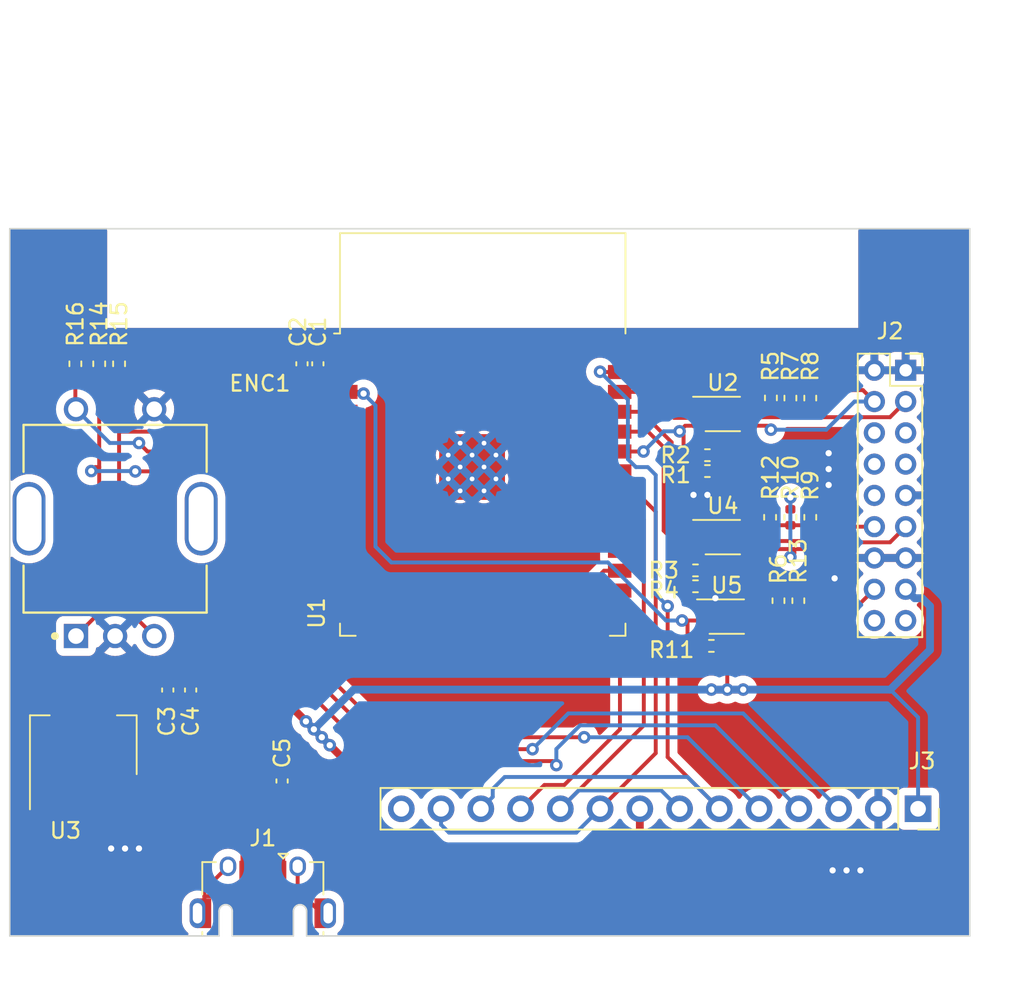
<source format=kicad_pcb>
(kicad_pcb (version 20221018) (generator pcbnew)
  (layers (0 "F.Cu" signal) (31 "B.Cu" signal) (34 "B.Paste" user) (35 "F.Paste" user) (36 "B.SilkS" user "B.Silkscreen") (37 "F.SilkS" user "F.Silkscreen") (38 "B.Mask" user) (39 "F.Mask" user) (44 "Edge.Cuts" user))
  (net 0 "")
  (net 3 "/ROT_CLK")
  (net 4 "/ROT_DT")
  (net 5 "/ROT_SW")
  (net 8 "GND")
  (net 9 "+3V3")
  (net 10 "Net-(J1-VBUS)")
  (net 19 "/LCD_CS")
  (net 34 "/RESET")
  (net 35 "/DC")
  (net 40 "unconnected-(J1-Shield-Pad6)")
  (net 41 "/MOSI")
  (net 42 "/SDA_LV")
  (net 43 "/SCL_LV")
  (net 44 "/TX_LV")
  (net 45 "/RX_LV")
  (net 46 "Net-(U1-EN)")
  (net 47 "/SDA_HV")
  (net 48 "/SCK")
  (net 49 "/MISO")
  (net 50 "/SCL_HV")
  (net 51 "/RX_HV")
  (net 52 "/TX_HV")
  (net 53 "/TOUCH_CS")
  (net 57 "Net-(U2-EN)")
  (net 58 "Net-(U5-EN)")
  (net 59 "Net-(U4-EN)")
  (net 61 "Net-(J2-Pin_16)")
  (footprint "Resistor_SMD:R_0402_1005Metric" (layer "F.Cu") (at 158.464 114.46 90)
    (fp_text reference "R6")
    (fp_text value "200k")
  )
  (footprint "Connector_USB:USB_Micro-AB_Molex_47590-0001" (layer "F.Cu") (at 125.5175 134.44)
    (fp_text reference "J1")
    (fp_text value "USB_B_Micro")
    (fp_line (start -3.75 1.45) (end -2.8 1.45) (stroke (width 0.1)) (layer "Edge.Cuts"))
    (fp_line (start -2.8 -0.125) (end -2.8 1.45) (stroke (width 0.1)) (layer "Edge.Cuts"))
    (fp_line (start -1.95 -0.125) (end -1.95 1.45) (stroke (width 0.1)) (layer "Edge.Cuts"))
    (fp_line (start -1.95 1.45) (end 1.95 1.45) (stroke (width 0.1)) (layer "Edge.Cuts"))
    (fp_line (start 1.95 -0.125) (end 1.95 1.45) (stroke (width 0.1)) (layer "Edge.Cuts"))
    (fp_line (start 2.8 -0.125) (end 2.8 1.45) (stroke (width 0.1)) (layer "Edge.Cuts"))
    (fp_line (start 2.8 1.45) (end 3.75 1.45) (stroke (width 0.1)) (layer "Edge.Cuts"))
    (fp_arc (start -2.8 -0.125) (mid -2.375 -0.55) (end -1.95 -0.125) (stroke (width 0.1)) (layer "Edge.Cuts"))
    (fp_arc (start 1.95 -0.125) (mid 2.375 -0.55) (end 2.8 -0.125) (stroke (width 0.1)) (layer "Edge.Cuts"))
  )
  (footprint "Resistor_SMD:R_0402_1005Metric" (layer "F.Cu") (at 160.496 109.126 90)
    (fp_text reference "R9")
    (fp_text value "10k")
  )
  (footprint "Connector_PinSocket_2.54mm:PinSocket_1x14_P2.54mm_Vertical" (layer "F.Cu") (at 167.386 127.762 -90)
    (fp_text reference "J3")
    (fp_text value "Conn_01x14")
  )
  (footprint "Resistor_SMD:R_0402_1005Metric" (layer "F.Cu") (at 153.162 112.522 180)
    (fp_text reference "R3")
    (fp_text value "10k")
  )
  (footprint "Resistor_SMD:R_0402_1005Metric" (layer "F.Cu") (at 159.226 109.126 90)
    (fp_text reference "R10")
    (fp_text value "10k")
  )
  (footprint "Resistor_SMD:R_0402_1005Metric" (layer "F.Cu") (at 160.496 101.506 90)
    (fp_text reference "R8")
    (fp_text value "10k")
  )
  (footprint "Resistor_SMD:R_0402_1005Metric" (layer "F.Cu") (at 153.924 106.172 180)
    (fp_text reference "R1")
    (fp_text value "10k")
  )
  (footprint "Package_SO:VSSOP-8_2.3x2mm_P0.5mm" (layer "F.Cu") (at 154.908 110.396)
    (fp_text reference "U4")
    (fp_text value "PCA9306DC1")
  )
  (footprint "Capacitor_SMD:C_0402_1005Metric" (layer "F.Cu") (at 126.746 125.984 90)
    (fp_text reference "C5")
    (fp_text value "100nF")
  )
  (footprint "Resistor_SMD:R_0402_1005Metric" (layer "F.Cu") (at 157.93 109.126 90)
    (fp_text reference "R12")
    (fp_text value "200k")
  )
  (footprint "Resistor_SMD:R_0402_1005Metric" (layer "F.Cu") (at 153.924 105.156 180)
    (fp_text reference "R2")
    (fp_text value "10k")
  )
  (footprint "RF_Module:ESP32-WROOM-32" (layer "F.Cu") (at 139.568 106.822)
    (fp_text reference "U1")
    (fp_text value "ESP32-WROOM-32")
  )
  (footprint "Resistor_SMD:R_0402_1005Metric" (layer "F.Cu") (at 115.062 99.314 -90)
    (fp_text reference "R14")
    (fp_text value "10k")
  )
  (footprint "Capacitor_SMD:C_0402_1005Metric" (layer "F.Cu") (at 129.032 99.314 90)
    (fp_text reference "C1")
    (fp_text value "100nF")
  )
  (footprint "Package_SO:VSSOP-8_2.3x2mm_P0.5mm" (layer "F.Cu") (at 155.162 115.476)
    (fp_text reference "U5")
    (fp_text value "PCA9306DC1")
  )
  (footprint "Connector_PinSocket_2.00mm:PinSocket_2x09_P2.00mm_Vertical" (layer "F.Cu") (at 166.592 99.728)
    (fp_text reference "J2")
    (fp_text value "Conn_02x09_Odd_Even")
  )
  (footprint "Resistor_SMD:R_0402_1005Metric" (layer "F.Cu") (at 159.734 114.46 90)
    (fp_text reference "R13")
    (fp_text value "10k")
  )
  (footprint "Resistor_SMD:R_0402_1005Metric" (layer "F.Cu") (at 154.178 117.348 180)
    (fp_text reference "R11")
    (fp_text value "10k")
  )
  (footprint "Capacitor_SMD:C_0402_1005Metric" (layer "F.Cu") (at 119.442 120.17 90)
    (fp_text reference "C3")
    (fp_text value "10uF")
  )
  (footprint "Capacitor_SMD:C_0402_1005Metric" (layer "F.Cu") (at 128.016 99.314 90)
    (fp_text reference "C2")
    (fp_text value "10uF")
  )
  (footprint "Rotary Encoder:ALPS-EC11E15244B2-0" (layer "F.Cu") (at 116.078 109.22)
    (fp_text reference "ENC1")
    (fp_text value "EC11E15244B2")
  )
  (footprint "Capacitor_SMD:C_0402_1005Metric" (layer "F.Cu") (at 120.904 120.17 90)
    (fp_text reference "C4")
    (fp_text value "100nF")
  )
  (footprint "Resistor_SMD:R_0402_1005Metric" (layer "F.Cu") (at 159.226 101.506 -90)
    (fp_text reference "R7")
    (fp_text value "10k")
  )
  (footprint "Package_SO:VSSOP-8_2.3x2mm_P0.5mm" (layer "F.Cu") (at 154.908 102.522)
    (fp_text reference "U2")
    (fp_text value "PCA9306DC1")
  )
  (footprint "Resistor_SMD:R_0402_1005Metric" (layer "F.Cu") (at 116.332 99.314 -90)
    (fp_text reference "R15")
    (fp_text value "10k")
  )
  (footprint "Package_TO_SOT_SMD:SOT-223-3_TabPin2" (layer "F.Cu") (at 114.046 123.698 90)
    (fp_text reference "U3")
    (fp_text value "AMS1117-3.3")
  )
  (footprint "Resistor_SMD:R_0402_1005Metric" (layer "F.Cu") (at 157.982 101.496 90)
    (fp_text reference "R5")
    (fp_text value "200k")
  )
  (footprint "Resistor_SMD:R_0402_1005Metric" (layer "F.Cu") (at 113.538 99.314 -90)
    (fp_text reference "R16")
    (fp_text value "10k")
  )
  (footprint "Resistor_SMD:R_0402_1005Metric" (layer "F.Cu") (at 153.162 113.538 180)
    (fp_text reference "R4")
    (fp_text value "10k")
  )
  (gr_line (start 121.7675 135.89) (end 109.347 135.89) (stroke (width 0.1)) (layer "Edge.Cuts"))
  (gr_line (start 170.688 135.89) (end 129.2675 135.89) (stroke (width 0.1)) (layer "Edge.Cuts"))
  (gr_line (start 170.688 132.715) (end 170.688 135.89) (stroke (width 0.1)) (layer "Edge.Cuts"))
  (gr_line (start 109.347 90.678) (end 170.688 90.678) (stroke (width 0.1)) (layer "Edge.Cuts"))
  (gr_line (start 109.347 135.89) (end 109.347 90.678) (stroke (width 0.1)) (layer "Edge.Cuts"))
  (gr_line (start 170.688 90.678) (end 170.688 132.715) (stroke (width 0.1)) (layer "Edge.Cuts"))
  (segment (start 115.062 105.918) (end 114.808 105.918) (width 0.25) (layer "F.Cu") (net 3))
  (segment (start 117.348 106.172) (end 117.368 106.192) (width 0.25) (layer "F.Cu") (net 3))
  (segment (start 115.062 99.824) (end 115.062 105.918) (width 0.25) (layer "F.Cu") (net 3))
  (segment (start 115.062 115.236) (end 113.578 116.72) (width 0.25) (layer "F.Cu") (net 3))
  (segment (start 115.062 105.918) (end 115.062 115.236) (width 0.25) (layer "F.Cu") (net 3))
  (segment (start 130.818 106.192) (end 117.368 106.192) (width 0.25) (layer "F.Cu") (net 3))
  (segment (start 114.808 105.918) (end 114.554 106.172) (width 0.25) (layer "F.Cu") (net 3))
  (via (at 114.554 106.172) (size 0.8) (drill 0.4) (layers "F.Cu" "B.Cu") (net 3))
  (via (at 117.368 106.192) (size 0.8) (drill 0.4) (layers "F.Cu" "B.Cu") (net 3))
  (segment (start 117.348 106.172) (end 114.554 106.172) (width 0.25) (layer "B.Cu") (net 3))
  (segment (start 117.368 106.192) (end 117.348 106.172) (width 0.25) (layer "B.Cu") (net 3))
  (segment (start 116.352 103.652) (end 116.332 103.632) (width 0.25) (layer "F.Cu") (net 4))
  (segment (start 130.818 103.652) (end 116.352 103.652) (width 0.25) (layer "F.Cu") (net 4))
  (segment (start 116.332 103.632) (end 116.332 114.474) (width 0.25) (layer "F.Cu") (net 4))
  (segment (start 116.332 114.474) (end 118.578 116.72) (width 0.25) (layer "F.Cu") (net 4))
  (segment (start 116.332 99.824) (end 116.332 103.632) (width 0.25) (layer "F.Cu") (net 4))
  (segment (start 113.538 102.18) (end 113.578 102.22) (width 0.25) (layer "F.Cu") (net 5))
  (segment (start 118.1475 104.922) (end 130.818 104.922) (width 0.25) (layer "F.Cu") (net 5))
  (segment (start 117.602 104.3765) (end 118.1475 104.922) (width 0.25) (layer "F.Cu") (net 5))
  (segment (start 113.538 99.824) (end 113.538 102.18) (width 0.25) (layer "F.Cu") (net 5))
  (via (at 117.602 104.3765) (size 0.8) (drill 0.4) (layers "F.Cu" "B.Cu") (net 5))
  (segment (start 117.602 104.3765) (end 115.7345 104.3765) (width 0.25) (layer "B.Cu") (net 5))
  (segment (start 115.7345 104.3765) (end 113.578 102.22) (width 0.25) (layer "B.Cu") (net 5))
  (segment (start 124.2175 129.4245) (end 123.952 129.159) (width 0.25) (layer "F.Cu") (net 8))
  (segment (start 124.2175 131.765) (end 124.2175 129.4245) (width 0.25) (layer "F.Cu") (net 8))
  (segment (start 166.592 107.728) (end 167.799 107.728) (width 0.25) (layer "F.Cu") (net 8))
  (segment (start 164.846 127.762) (end 164.846 130.556) (width 0.25) (layer "F.Cu") (net 8))
  (segment (start 153.035 107.696) (end 153.035 109.323) (width 0.25) (layer "F.Cu") (net 8))
  (segment (start 153.08 101.772) (end 149.88 98.572) (width 0.25) (layer "F.Cu") (net 8))
  (segment (start 164.846 130.556) (end 163.703 131.699) (width 0.25) (layer "F.Cu") (net 8))
  (segment (start 163.354 111.728) (end 162.052 113.03) (width 0.25) (layer "F.Cu") (net 8))
  (segment (start 164.592 111.728) (end 163.354 111.728) (width 0.25) (layer "F.Cu") (net 8))
  (segment (start 154.006 114.726) (end 154.432 114.3) (width 0.25) (layer "F.Cu") (net 8))
  (segment (start 164.592 99.728) (end 166.592 99.728) (width 0.25) (layer "F.Cu") (net 8))
  (segment (start 164.592 111.728) (end 166.592 111.728) (width 0.25) (layer "F.Cu") (net 8))
  (segment (start 167.799 107.728) (end 168.021 107.95) (width 0.25) (layer "F.Cu") (net 8))
  (segment (start 149.88 98.572) (end 148.318 98.572) (width 0.25) (layer "F.Cu") (net 8))
  (segment (start 166.592 99.728) (end 168.435 99.728) (width 0.25) (layer "F.Cu") (net 8))
  (segment (start 168.435 99.728) (end 168.91 100.203) (width 0.25) (layer "F.Cu") (net 8))
  (segment (start 168.021 107.95) (end 168.529 108.458) (width 0.25) (layer "F.Cu") (net 8))
  (segment (start 168.529 108.458) (end 168.529 111.252) (width 0.25) (layer "F.Cu") (net 8))
  (segment (start 118.745 129.159) (end 117.602 130.302) (width 0.25) (layer "F.Cu") (net 8))
  (segment (start 168.91 107.315) (end 168.275 107.95) (width 0.25) (layer "F.Cu") (net 8))
  (segment (start 168.529 111.252) (end 168.021 111.76) (width 0.25) (layer "F.Cu") (net 8))
  (segment (start 153.035 109.323) (end 153.358 109.646) (width 0.25) (layer "F.Cu") (net 8))
  (segment (start 153.358 101.772) (end 153.08 101.772) (width 0.25) (layer "F.Cu") (net 8))
  (segment (start 168.021 111.76) (end 167.989 111.728) (width 0.25) (layer "F.Cu") (net 8))
  (segment (start 123.952 129.159) (end 118.745 129.159) (width 0.25) (layer "F.Cu") (net 8))
  (segment (start 168.275 107.95) (end 168.021 107.95) (width 0.25) (layer "F.Cu") (net 8))
  (segment (start 153.612 114.726) (end 154.006 114.726) (width 0.25) (layer "F.Cu") (net 8))
  (segment (start 168.91 100.203) (end 168.91 107.315) (width 0.25) (layer "F.Cu") (net 8))
  (segment (start 167.989 111.728) (end 166.592 111.728) (width 0.25) (layer "F.Cu") (net 8))
  (via (at 161.925 131.699) (size 0.8) (drill 0.4) (layers "F.Cu" "B.Cu") (net 8))
  (via (at 116.713 130.302) (size 0.8) (drill 0.4) (layers "F.Cu" "B.Cu") (net 8))
  (via (at 161.671 106.045) (size 0.8) (drill 0.4) (layers "F.Cu" "B.Cu") (net 8))
  (via (at 161.671 107.061) (size 0.8) (drill 0.4) (layers "F.Cu" "B.Cu") (net 8))
  (via (at 153.924 107.696) (size 0.8) (drill 0.4) (layers "F.Cu" "B.Cu") (net 8))
  (via (at 161.671 105.029) (size 0.8) (drill 0.4) (layers "F.Cu" "B.Cu") (net 8))
  (via (at 163.703 131.699) (size 0.8) (drill 0.4) (layers "F.Cu" "B.Cu") (net 8))
  (via (at 117.602 130.302) (size 0.8) (drill 0.4) (layers "F.Cu" "B.Cu") (net 8))
  (via (at 154.432 114.3) (size 0.8) (drill 0.4) (layers "F.Cu" "B.Cu") (net 8))
  (via (at 162.052 113.03) (size 0.8) (drill 0.4) (layers "F.Cu" "B.Cu") (net 8))
  (via (at 162.814 131.699) (size 0.8) (drill 0.4) (layers "F.Cu" "B.Cu") (net 8))
  (via (at 115.824 130.302) (size 0.8) (drill 0.4) (layers "F.Cu" "B.Cu") (net 8))
  (via (at 153.035 107.696) (size 0.8) (drill 0.4) (layers "F.Cu" "B.Cu") (net 8))
  (segment (start 155.194 113.538) (end 155.194 115.062) (width 0.25) (layer "F.Cu") (net 9))
  (segment (start 155.194 115.226) (end 156.712 115.226) (width 0.25) (layer "F.Cu") (net 9))
  (segment (start 155.194 115.062) (end 155.194 115.226) (width 0.25) (layer "F.Cu") (net 9))
  (segment (start 154.434 105.664) (end 154.434 106.172) (width 0.25) (layer "F.Cu") (net 9))
  (segment (start 120.142 120.65) (end 126.746 120.65) (width 0.5) (layer "F.Cu") (net 9))
  (segment (start 111.506 103.632) (end 111.506 99.822) (width 0.5) (layer "F.Cu") (net 9))
  (segment (start 113.182 120.548) (end 114.046 120.548) (width 0.5) (layer "F.Cu") (net 9))
  (segment (start 154.434 105.156) (end 154.434 105.664) (width 0.25) (layer "F.Cu") (net 9))
  (segment (start 131.318 128.524) (end 133.35 130.556) (width 0.5) (layer "F.Cu") (net 9))
  (segment (start 155.194 113.538) (end 155.194 112.522) (width 0.25) (layer "F.Cu") (net 9))
  (segment (start 111.506 99.822) (end 112.522 98.806) (width 0.5) (layer "F.Cu") (net 9))
  (segment (start 112.522 98.806) (end 125.73 98.806) (width 0.5) (layer "F.Cu") (net 9))
  (segment (start 153.672 113.538) (end 153.672 112.522) (width 0.25) (layer "F.Cu") (net 9))
  (segment (start 126.746 120.65) (end 128.27 122.174) (width 0.5) (layer "F.Cu") (net 9))
  (segment (start 159.226 100.996) (end 159.476 100.996) (width 0.25) (layer "F.Cu") (net 9))
  (segment (start 120.904 120.65) (end 120.802 120.548) (width 0.25) (layer "F.Cu") (net 9))
  (segment (start 125.73 98.806) (end 126.766 99.842) (width 0.5) (layer "F.Cu") (net 9))
  (segment (start 149.606 129.286) (end 149.606 127.762) (width 0.5) (layer "F.Cu") (net 9))
  (segment (start 153.612 115.226) (end 155.194 115.226) (width 0.25) (layer "F.Cu") (net 9))
  (segment (start 111.252 118.618) (end 111.252 113.792) (width 0.5) (layer "F.Cu") (net 9))
  (segment (start 155.194 102.272) (end 156.458 102.272) (width 0.25) (layer "F.Cu") (net 9))
  (segment (start 158.208 115.226) (end 156.712 115.226) (width 0.25) (layer "F.Cu") (net 9))
  (segment (start 155.194 110.146) (end 156.458 110.146) (width 0.25) (layer "F.Cu") (net 9))
  (segment (start 156.458 102.272) (end 157.108 102.272) (width 0.25) (layer "F.Cu") (net 9))
  (segment (start 158.216 102.006) (end 159.226 100.996) (width 0.25) (layer "F.Cu") (net 9))
  (segment (start 158.464 114.97) (end 158.208 115.226) (width 0.25) (layer "F.Cu") (net 9))
  (segment (start 157.374 102.006) (end 157.982 102.006) (width 0.25) (layer "F.Cu") (net 9))
  (segment (start 114.046 120.548) (end 114.198 120.548) (width 0.25) (layer "F.Cu") (net 9))
  (segment (start 112.776 112.268) (end 112.776 104.902) (width 0.5) (layer "F.Cu") (net 9))
  (segment (start 111.252 113.792) (end 112.776 112.268) (width 0.5) (layer "F.Cu") (net 9))
  (segment (start 112.268 119.634) (end 113.182 120.548) (width 0.5) (layer "F.Cu") (net 9))
  (segment (start 129.794 123.698) (end 131.318 125.222) (width 0.5) (layer "F.Cu") (net 9))
  (segment (start 158.464 114.97) (end 159.734 114.97) (width 0.25) (layer "F.Cu") (net 9))
  (segment (start 155.194 115.062) (end 155.194 116.586) (width 0.25) (layer "F.Cu") (net 9))
  (segment (start 155.194 116.842) (end 154.688 117.348) (width 0.25) (layer "F.Cu") (net 9))
  (segment (start 126.766 99.842) (end 130.818 99.842) (width 0.5) (layer "F.Cu") (net 9))
  (segment (start 148.336 130.556) (end 149.606 129.286) (width 0.5) (layer "F.Cu") (net 9))
  (segment (start 128.27 122.174) (end 128.778 122.682) (width 0.5) (layer "F.Cu") (net 9))
  (segment (start 153.672 112.522) (end 155.194 112.522) (width 0.25) (layer "F.Cu") (net 9))
  (segment (start 111.252 118.618) (end 112.268 119.634) (width 0.5) (layer "F.Cu") (net 9))
  (segment (start 157.982 102.006) (end 158.216 102.006) (width 0.25) (layer "F.Cu") (net 9))
  (segment (start 153.358 102.272) (end 155.194 102.272) (width 0.25) (layer "F.Cu") (net 9))
  (segment (start 157.93 109.636) (end 160.496 109.636) (width 0.25) (layer "F.Cu") (net 9))
  (segment (start 112.268 119.634) (end 113.284 120.65) (width 0.5) (layer "F.Cu") (net 9))
  (segment (start 113.284 120.65) (end 120.142 120.65) (width 0.5) (layer "F.Cu") (net 9))
  (segment (start 155.194 116.586) (end 155.194 120.142) (width 0.25) (layer "F.Cu") (net 9))
  (segment (start 155.194 116.586) (end 155.194 116.842) (width 0.25) (layer "F.Cu") (net 9))
  (segment (start 155.194 102.272) (end 155.194 105.664) (width 0.25) (layer "F.Cu") (net 9))
  (segment (start 153.358 110.146) (end 155.194 110.146) (width 0.25) (layer "F.Cu") (net 9))
  (segment (start 159.476 100.996) (end 160.496 102.016) (width 0.25) (layer "F.Cu") (net 9))
  (segment (start 155.194 120.142) (end 154.178 120.142) (width 0.25) (layer "F.Cu") (net 9))
  (segment (start 128.778 122.682) (end 129.286 123.19) (width 0.5) (layer "F.Cu") (net 9))
  (segment (start 156.21 120.142) (end 154.178 120.142) (width 0.5) (layer "F.Cu") (net 9))
  (segment (start 129.286 123.19) (end 129.794 123.698) (width 0.5) (layer "F.Cu") (net 9))
  (segment (start 157.42 110.146) (end 156.458 110.146) (width 0.25) (layer "F.Cu") (net 9))
  (segment (start 155.194 112.522) (end 155.194 110.146) (width 0.25) (layer "F.Cu") (net 9))
  (segment (start 154.434 105.664) (end 155.194 105.664) (width 0.25) (layer "F.Cu") (net 9))
  (segment (start 157.108 102.272) (end 157.374 102.006) (width 0.25) (layer "F.Cu") (net 9))
  (segment (start 157.992 102.016) (end 157.982 102.006) (width 0.25) (layer "F.Cu") (net 9))
  (segment (start 131.318 125.222) (end 131.318 128.524) (width 0.5) (layer "F.Cu") (net 9))
  (segment (start 155.194 105.664) (end 155.194 110.146) (width 0.25) (layer "F.Cu") (net 9))
  (segment (start 120.142 120.65) (end 120.904 120.65) (width 0.5) (layer "F.Cu") (net 9))
  (segment (start 157.93 109.636) (end 157.42 110.146) (width 0.25) (layer "F.Cu") (net 9))
  (segment (start 114.046 126.848) (end 114.046 120.548) (width 0.25) (layer "F.Cu") (net 9))
  (segment (start 112.776 104.902) (end 111.506 103.632) (width 0.5) (layer "F.Cu") (net 9))
  (segment (start 133.35 130.556) (end 148.336 130.556) (width 0.5) (layer "F.Cu") (net 9))
  (via (at 128.27 122.174) (size 0.8) (drill 0.4) (layers "F.Cu" "B.Cu") (net 9))
  (via (at 129.286 123.19) (size 0.8) (drill 0.4) (layers "F.Cu" "B.Cu") (net 9))
  (via (at 154.178 120.142) (size 0.8) (drill 0.4) (layers "F.Cu" "B.Cu") (net 9))
  (via (at 155.194 120.142) (size 0.8) (drill 0.4) (layers "F.Cu" "B.Cu") (net 9))
  (via (at 129.794 123.698) (size 0.8) (drill 0.4) (layers "F.Cu" "B.Cu") (net 9))
  (via (at 156.21 120.142) (size 0.8) (drill 0.4) (layers "F.Cu" "B.Cu") (net 9))
  (via (at 128.778 122.682) (size 0.8) (drill 0.4) (layers "F.Cu" "B.Cu") (net 9))
  (segment (start 128.778 122.682) (end 131.318 120.142) (width 0.5) (layer "B.Cu") (net 9))
  (segment (start 167.64 114.3) (end 167.164 114.3) (width 0.5) (layer "B.Cu") (net 9))
  (segment (start 156.21 120.142) (end 165.608 120.142) (width 0.5) (layer "B.Cu") (net 9))
  (segment (start 131.318 120.142) (end 156.21 120.142) (width 0.5) (layer "B.Cu") (net 9))
  (segment (start 167.164 114.3) (end 166.592 113.728) (width 0.5) (layer "B.Cu") (net 9))
  (segment (start 165.608 120.142) (end 168.148 117.602) (width 0.5) (layer "B.Cu") (net 9))
  (segment (start 167.386 127.762) (end 167.386 121.92) (width 0.25) (layer "B.Cu") (net 9))
  (segment (start 129.794 123.698) (end 128.27 122.174) (width 0.5) (layer "B.Cu") (net 9))
  (segment (start 168.148 114.808) (end 167.64 114.3) (width 0.5) (layer "B.Cu") (net 9))
  (segment (start 167.386 121.92) (end 165.608 120.142) (width 0.25) (layer "B.Cu") (net 9))
  (segment (start 168.148 117.602) (end 168.148 114.808) (width 0.5) (layer "B.Cu") (net 9))
  (segment (start 126.721 126.848) (end 116.346 126.848) (width 0.5) (layer "F.Cu") (net 10))
  (segment (start 126.746 129.032) (end 126.746 130.048) (width 0.5) (layer "F.Cu") (net 10))
  (segment (start 126.746 126.873) (end 126.746 126.464) (width 0.5) (layer "F.Cu") (net 10))
  (segment (start 126.8175 131.765) (end 126.8175 130.1195) (width 0.25) (layer "F.Cu") (net 10))
  (segment (start 126.746 129.032) (end 126.746 126.873) (width 0.5) (layer "F.Cu") (net 10))
  (segment (start 126.8175 130.1195) (end 126.746 130.048) (width 0.25) (layer "F.Cu") (net 10))
  (segment (start 126.746 126.873) (end 126.721 126.848) (width 0.5) (layer "F.Cu") (net 10))
  (segment (start 129.774 112.542) (end 130.818 112.542) (width 0.25) (layer "F.Cu") (net 19))
  (segment (start 128.074 118.676) (end 128.074 114.242) (width 0.25) (layer "F.Cu") (net 19))
  (segment (start 133.35 123.952) (end 128.074 118.676) (width 0.25) (layer "F.Cu") (net 19))
  (segment (start 128.074 114.242) (end 129.774 112.542) (width 0.25) (layer "F.Cu") (net 19))
  (segment (start 142.748 123.952) (end 133.35 123.952) (width 0.25) (layer "F.Cu") (net 19))
  (via (at 142.748 123.952) (size 0.8) (drill 0.4) (layers "F.Cu" "B.Cu") (net 19))
  (segment (start 142.748 123.952) (end 145.034 121.666) (width 0.25) (layer "B.Cu") (net 19))
  (segment (start 145.034 121.666) (end 156.21 121.666) (width 0.25) (layer "B.Cu") (net 19))
  (segment (start 156.21 121.666) (end 162.306 127.762) (width 0.25) (layer "B.Cu") (net 19))
  (segment (start 127.254 113.836) (end 129.818 111.272) (width 0.25) (layer "F.Cu") (net 34))
  (segment (start 132.842 124.714) (end 127.254 119.126) (width 0.25) (layer "F.Cu") (net 34))
  (segment (start 144.018 124.714) (end 132.842 124.714) (width 0.25) (layer "F.Cu") (net 34))
  (segment (start 129.818 111.272) (end 130.818 111.272) (width 0.25) (layer "F.Cu") (net 34))
  (segment (start 144.272 124.968) (end 144.018 124.714) (width 0.25) (layer "F.Cu") (net 34))
  (segment (start 127.254 119.126) (end 127.254 113.836) (width 0.25) (layer "F.Cu") (net 34))
  (via (at 144.272 124.968) (size 0.8) (drill 0.4) (layers "F.Cu" "B.Cu") (net 34))
  (segment (start 145.786695 122.428) (end 154.432 122.428) (width 0.25) (layer "B.Cu") (net 34))
  (segment (start 144.272 123.942695) (end 145.786695 122.428) (width 0.25) (layer "B.Cu") (net 34))
  (segment (start 144.272 124.968) (end 144.272 123.942695) (width 0.25) (layer "B.Cu") (net 34))
  (segment (start 154.432 122.428) (end 159.766 127.762) (width 0.25) (layer "B.Cu") (net 34))
  (segment (start 133.604 123.19) (end 128.524 118.11) (width 0.25) (layer "F.Cu") (net 35))
  (segment (start 128.524 118.11) (end 128.524 115.106) (width 0.25) (layer "F.Cu") (net 35))
  (segment (start 129.818 113.812) (end 130.818 113.812) (width 0.25) (layer "F.Cu") (net 35))
  (segment (start 128.524 115.106) (end 129.818 113.812) (width 0.25) (layer "F.Cu") (net 35))
  (segment (start 146.05 123.19) (end 133.604 123.19) (width 0.25) (layer "F.Cu") (net 35))
  (via (at 146.05 123.19) (size 0.8) (drill 0.4) (layers "F.Cu" "B.Cu") (net 35))
  (segment (start 146.05 123.19) (end 152.654 123.19) (width 0.25) (layer "B.Cu") (net 35))
  (segment (start 152.654 123.19) (end 157.226 127.762) (width 0.25) (layer "B.Cu") (net 35))
  (segment (start 128.0575 133.2425) (end 129.255 134.44) (width 0.25) (layer "F.Cu") (net 40))
  (segment (start 125.5175 133.9435) (end 126.111 133.35) (width 0.25) (layer "F.Cu") (net 40))
  (segment (start 121.78 134.44) (end 121.78 133.35) (width 0.25) (layer "F.Cu") (net 40))
  (segment (start 127.7425 133.2425) (end 127.7425 131.44) (width 0.25) (layer "F.Cu") (net 40))
  (segment (start 127.7425 133.2425) (end 128.0575 133.2425) (width 0.25) (layer "F.Cu") (net 40))
  (segment (start 121.78 133.35) (end 124.4275 133.35) (width 0.25) (layer "F.Cu") (net 40))
  (segment (start 125.5175 134.44) (end 125.5175 133.9435) (width 0.25) (layer "F.Cu") (net 40))
  (segment (start 121.78 132.9525) (end 123.2925 131.44) (width 0.25) (layer "F.Cu") (net 40))
  (segment (start 127.635 133.35) (end 127.7425 133.2425) (width 0.25) (layer "F.Cu") (net 40))
  (segment (start 126.111 133.35) (end 127.635 133.35) (width 0.25) (layer "F.Cu") (net 40))
  (segment (start 124.4275 133.35) (end 125.5175 134.44) (width 0.25) (layer "F.Cu") (net 40))
  (segment (start 121.3425 134.44) (end 121.78 134.44) (width 0.25) (layer "F.Cu") (net 40))
  (segment (start 121.78 133.35) (end 121.78 132.9525) (width 0.25) (layer "F.Cu") (net 40))
  (segment (start 154.686 127.762) (end 151.384 124.46) (width 0.25) (layer "F.Cu") (net 41))
  (segment (start 147.086 99.842) (end 147.066 99.822) (width 0.25) (layer "F.Cu") (net 41))
  (segment (start 151.384 124.46) (end 151.384 114.808) (width 0.25) (layer "F.Cu") (net 41))
  (segment (start 148.318 99.842) (end 147.086 99.842) (width 0.25) (layer "F.Cu") (net 41))
  (via (at 151.384 114.808) (size 0.8) (drill 0.4) (layers "F.Cu" "B.Cu") (net 41))
  (via (at 147.066 99.822) (size 0.8) (drill 0.4) (layers "F.Cu" "B.Cu") (net 41))
  (segment (start 150.622 114.046) (end 150.622 106.426) (width 0.25) (layer "B.Cu") (net 41))
  (segment (start 154.686 127.762) (end 152.654 125.73) (width 0.25) (layer "B.Cu") (net 41))
  (segment (start 148.844 105.41) (end 148.844 101.6) (width 0.25) (layer "B.Cu") (net 41))
  (segment (start 140.208 126.492) (end 140.208 127) (width 0.25) (layer "B.Cu") (net 41))
  (segment (start 148.844 101.6) (end 147.066 99.822) (width 0.25) (layer "B.Cu") (net 41))
  (segment (start 150.114 105.918) (end 149.352 105.918) (width 0.25) (layer "B.Cu") (net 41))
  (segment (start 140.97 125.73) (end 140.208 126.492) (width 0.25) (layer "B.Cu") (net 41))
  (segment (start 149.352 105.918) (end 148.844 105.41) (width 0.25) (layer "B.Cu") (net 41))
  (segment (start 140.208 127) (end 139.446 127.762) (width 0.25) (layer "B.Cu") (net 41))
  (segment (start 152.654 125.73) (end 140.97 125.73) (width 0.25) (layer "B.Cu") (net 41))
  (segment (start 151.384 114.808) (end 150.622 114.046) (width 0.25) (layer "B.Cu") (net 41))
  (segment (start 150.622 106.426) (end 150.114 105.918) (width 0.25) (layer "B.Cu") (net 41))
  (segment (start 148.318 104.922) (end 149.84 104.922) (width 0.25) (layer "F.Cu") (net 42))
  (segment (start 152.4 105.918) (end 152.4 103.886) (width 0.25) (layer "F.Cu") (net 42))
  (segment (start 152.4 103.886) (end 152.146 103.632) (width 0.25) (layer "F.Cu") (net 42))
  (segment (start 149.86 104.902) (end 149.84 104.922) (width 0.25) (layer "F.Cu") (net 42))
  (segment (start 153.358 103.272) (end 152.506 103.272) (width 0.25) (layer "F.Cu") (net 42))
  (segment (start 152.654 106.172) (end 152.4 105.918) (width 0.25) (layer "F.Cu") (net 42))
  (segment (start 152.506 103.272) (end 152.146 103.632) (width 0.25) (layer "F.Cu") (net 42))
  (segment (start 153.414 106.172) (end 152.654 106.172) (width 0.25) (layer "F.Cu") (net 42))
  (via (at 149.84 104.922) (size 0.8) (drill 0.4) (layers "F.Cu" "B.Cu") (net 42))
  (via (at 152.146 103.632) (size 0.8) (drill 0.4) (layers "F.Cu" "B.Cu") (net 42))
  (segment (start 151.13 103.632) (end 152.146 103.632) (width 0.25) (layer "B.Cu") (net 42))
  (segment (start 149.84 104.922) (end 151.13 103.632) (width 0.25) (layer "B.Cu") (net 42))
  (segment (start 153.414 105.156) (end 153.414 104.396) (width 0.25) (layer "F.Cu") (net 43))
  (segment (start 154.08 102.772) (end 153.358 102.772) (width 0.25) (layer "F.Cu") (net 43))
  (segment (start 153.414 104.396) (end 153.67 104.14) (width 0.25) (layer "F.Cu") (net 43))
  (segment (start 154.432 103.886) (end 154.432 103.124) (width 0.25) (layer "F.Cu") (net 43))
  (segment (start 153.67 104.14) (end 154.178 104.14) (width 0.25) (layer "F.Cu") (net 43))
  (segment (start 154.432 103.124) (end 154.08 102.772) (width 0.25) (layer "F.Cu") (net 43))
  (segment (start 154.178 104.14) (end 154.432 103.886) (width 0.25) (layer "F.Cu") (net 43))
  (segment (start 151.794 102.772) (end 150.134 101.112) (width 0.25) (layer "F.Cu") (net 43))
  (segment (start 150.134 101.112) (end 148.318 101.112) (width 0.25) (layer "F.Cu") (net 43))
  (segment (start 153.358 102.772) (end 151.794 102.772) (width 0.25) (layer "F.Cu") (net 43))
  (segment (start 152.658 110.646) (end 151.638 109.626) (width 0.25) (layer "F.Cu") (net 44))
  (segment (start 153.358 110.646) (end 152.658 110.646) (width 0.25) (layer "F.Cu") (net 44))
  (segment (start 154.686 110.998) (end 154.334 110.646) (width 0.25) (layer "F.Cu") (net 44))
  (segment (start 154.686 111.506) (end 154.686 110.998) (width 0.25) (layer "F.Cu") (net 44))
  (segment (start 151.638 104.329802) (end 149.690198 102.382) (width 0.25) (layer "F.Cu") (net 44))
  (segment (start 152.908 111.76) (end 154.432 111.76) (width 0.25) (layer "F.Cu") (net 44))
  (segment (start 154.334 110.646) (end 153.358 110.646) (width 0.25) (layer "F.Cu") (net 44))
  (segment (start 149.690198 102.382) (end 148.318 102.382) (width 0.25) (layer "F.Cu") (net 44))
  (segment (start 151.638 109.626) (end 151.638 104.329802) (width 0.25) (layer "F.Cu") (net 44))
  (segment (start 152.652 112.016) (end 152.908 111.76) (width 0.25) (layer "F.Cu") (net 44))
  (segment (start 152.652 112.522) (end 152.652 112.016) (width 0.25) (layer "F.Cu") (net 44))
  (segment (start 154.432 111.76) (end 154.686 111.506) (width 0.25) (layer "F.Cu") (net 44))
  (segment (start 152.146 113.538) (end 151.892 113.284) (width 0.25) (layer "F.Cu") (net 45))
  (segment (start 151.892 111.548) (end 152.294 111.146) (width 0.25) (layer "F.Cu") (net 45))
  (segment (start 151.13 104.648) (end 151.13 109.982) (width 0.25) (layer "F.Cu") (net 45))
  (segment (start 150.134 103.652) (end 151.13 104.648) (width 0.25) (layer "F.Cu") (net 45))
  (segment (start 151.892 113.284) (end 151.892 111.548) (width 0.25) (layer "F.Cu") (net 45))
  (segment (start 152.294 111.146) (end 153.358 111.146) (width 0.25) (layer "F.Cu") (net 45))
  (segment (start 148.318 103.652) (end 150.134 103.652) (width 0.25) (layer "F.Cu") (net 45))
  (segment (start 151.13 109.982) (end 152.294 111.146) (width 0.25) (layer "F.Cu") (net 45))
  (segment (start 152.652 113.538) (end 152.146 113.538) (width 0.25) (layer "F.Cu") (net 45))
  (segment (start 152.654 115.726) (end 153.612 115.726) (width 0.25) (layer "F.Cu") (net 46))
  (segment (start 152.654 115.726) (end 152.302 115.726) (width 0.25) (layer "F.Cu") (net 46))
  (segment (start 152.654 116.84) (end 152.654 115.726) (width 0.25) (layer "F.Cu") (net 46))
  (segment (start 152.302 115.726) (end 152.273 115.697) (width 0.25) (layer "F.Cu") (net 46))
  (segment (start 130.818 101.112) (end 131.846 101.112) (width 0.25) (layer "F.Cu") (net 46))
  (segment (start 153.668 117.348) (end 153.162 117.348) (width 0.25) (layer "F.Cu") (net 46))
  (segment (start 153.162 117.348) (end 152.654 116.84) (width 0.25) (layer "F.Cu") (net 46))
  (segment (start 131.846 101.112) (end 131.953 101.219) (width 0.25) (layer "F.Cu") (net 46))
  (via (at 131.953 101.219) (size 0.8) (drill 0.4) (layers "F.Cu" "B.Cu") (net 46))
  (via (at 152.302 115.726) (size 0.8) (drill 0.4) (layers "F.Cu" "B.Cu") (net 46))
  (segment (start 152.302 115.726) (end 151.276695 115.726) (width 0.25) (layer "B.Cu") (net 46))
  (segment (start 132.715 110.998) (end 132.715 101.981) (width 0.25) (layer "B.Cu") (net 46))
  (segment (start 147.564695 112.014) (end 133.731 112.014) (width 0.25) (layer "B.Cu") (net 46))
  (segment (start 151.276695 115.726) (end 147.564695 112.014) (width 0.25) (layer "B.Cu") (net 46))
  (segment (start 132.715 101.981) (end 131.953 101.219) (width 0.25) (layer "B.Cu") (net 46))
  (segment (start 133.731 112.014) (end 132.715 110.998) (width 0.25) (layer "B.Cu") (net 46))
  (segment (start 163.86 100.996) (end 164.592 101.728) (width 0.25) (layer "F.Cu") (net 47))
  (segment (start 160.496 100.996) (end 163.86 100.996) (width 0.25) (layer "F.Cu") (net 47))
  (segment (start 157.982 103.526) (end 157.982 103.42) (width 0.25) (layer "F.Cu") (net 47))
  (segment (start 156.458 103.272) (end 157.728 103.272) (width 0.25) (layer "F.Cu") (net 47))
  (segment (start 157.728 103.272) (end 157.982 103.526) (width 0.25) (layer "F.Cu") (net 47))
  (via (at 157.982 103.526) (size 0.8) (drill 0.4) (layers "F.Cu" "B.Cu") (net 47))
  (segment (start 163.322 101.728) (end 164.592 101.728) (width 0.25) (layer "B.Cu") (net 47))
  (segment (start 157.982 103.526) (end 161.5 103.526) (width 0.25) (layer "B.Cu") (net 47))
  (segment (start 161.512 103.538) (end 163.322 101.728) (width 0.25) (layer "B.Cu") (net 47))
  (segment (start 161.5 103.526) (end 161.512 103.538) (width 0.25) (layer "B.Cu") (net 47))
  (segment (start 149.318 108.732) (end 148.318 108.732) (width 0.25) (layer "F.Cu") (net 48))
  (segment (start 149.86 122.428) (end 149.86 109.274) (width 0.25) (layer "F.Cu") (net 48))
  (segment (start 149.86 109.274) (end 149.318 108.732) (width 0.25) (layer "F.Cu") (net 48))
  (segment (start 144.526 127.762) (end 149.86 122.428) (width 0.25) (layer "F.Cu") (net 48))
  (segment (start 152.146 127.762) (end 150.971 126.587) (width 0.25) (layer "B.Cu") (net 48))
  (segment (start 145.701 126.587) (end 144.526 127.762) (width 0.25) (layer "B.Cu") (net 48))
  (segment (start 150.971 126.587) (end 145.701 126.587) (width 0.25) (layer "B.Cu") (net 48))
  (segment (start 147.066 127.762) (end 150.622 124.206) (width 0.25) (layer "F.Cu") (net 49))
  (segment (start 150.622 124.206) (end 150.622 108.766) (width 0.25) (layer "F.Cu") (net 49))
  (segment (start 150.622 108.766) (end 149.318 107.462) (width 0.25) (layer "F.Cu") (net 49))
  (segment (start 149.318 107.462) (end 148.318 107.462) (width 0.25) (layer "F.Cu") (net 49))
  (segment (start 136.906 128.778) (end 137.414 129.286) (width 0.25) (layer "B.Cu") (net 49))
  (segment (start 136.906 127.762) (end 136.906 128.778) (width 0.25) (layer "B.Cu") (net 49))
  (segment (start 145.542 129.286) (end 147.066 127.762) (width 0.25) (layer "B.Cu") (net 49))
  (segment (start 137.414 129.286) (end 145.542 129.286) (width 0.25) (layer "B.Cu") (net 49))
  (segment (start 157.195 102.728) (end 159.226 102.728) (width 0.25) (layer "F.Cu") (net 50))
  (segment (start 159.226 102.016) (end 159.226 102.728) (width 0.25) (layer "F.Cu") (net 50))
  (segment (start 165.592 102.728) (end 166.592 101.728) (width 0.25) (layer "F.Cu") (net 50))
  (segment (start 156.458 102.772) (end 157.127 102.772) (width 0.25) (layer "F.Cu") (net 50))
  (segment (start 159.226 102.728) (end 165.592 102.728) (width 0.25) (layer "F.Cu") (net 50))
  (segment (start 157.183 102.716) (end 157.195 102.728) (width 0.25) (layer "F.Cu") (net 50))
  (segment (start 157.127 102.772) (end 157.183 102.716) (width 0.25) (layer "F.Cu") (net 50))
  (segment (start 157.158 111.146) (end 157.17 111.158) (width 0.25) (layer "F.Cu") (net 51))
  (segment (start 162.704 110.728) (end 165.592 110.728) (width 0.25) (layer "F.Cu") (net 51))
  (segment (start 159.48 111.158) (end 162.274 111.158) (width 0.25) (layer "F.Cu") (net 51))
  (segment (start 162.274 111.158) (end 162.704 110.728) (width 0.25) (layer "F.Cu") (net 51))
  (segment (start 157.17 111.158) (end 159.48 111.158) (width 0.25) (layer "F.Cu") (net 51))
  (segment (start 156.458 111.146) (end 157.158 111.146) (width 0.25) (layer "F.Cu") (net 51))
  (segment (start 159.48 111.158) (end 159.48 111.412) (width 0.25) (layer "F.Cu") (net 51))
  (segment (start 165.592 110.728) (end 166.592 109.728) (width 0.25) (layer "F.Cu") (net 51))
  (segment (start 159.226 108.616) (end 159.226 107.856) (width 0.25) (layer "F.Cu") (net 51))
  (segment (start 159.48 111.412) (end 159.226 111.666) (width 0.25) (layer "F.Cu") (net 51))
  (via (at 159.226 107.856) (size 0.8) (drill 0.4) (layers "F.Cu" "B.Cu") (net 51))
  (via (at 159.226 111.666) (size 0.8) (drill 0.4) (layers "F.Cu" "B.Cu") (net 51))
  (segment (start 159.226 107.856) (end 159.226 111.666) (width 0.25) (layer "B.Cu") (net 51))
  (segment (start 161.512 109.126) (end 161.512 110.646) (width 0.25) (layer "F.Cu") (net 52))
  (segment (start 162.942 109.728) (end 164.592 109.728) (width 0.25) (layer "F.Cu") (net 52))
  (segment (start 156.458 110.646) (end 161.512 110.646) (width 0.25) (layer "F.Cu") (net 52))
  (segment (start 160.496 108.616) (end 161.002 108.616) (width 0.25) (layer "F.Cu") (net 52))
  (segment (start 162.024 110.646) (end 162.942 109.728) (width 0.25) (layer "F.Cu") (net 52))
  (segment (start 161.512 110.646) (end 162.024 110.646) (width 0.25) (layer "F.Cu") (net 52))
  (segment (start 161.002 108.616) (end 161.512 109.126) (width 0.25) (layer "F.Cu") (net 52))
  (segment (start 146.812 113.048) (end 147.318 112.542) (width 0.25) (layer "F.Cu") (net 53))
  (segment (start 147.318 112.542) (end 148.318 112.542) (width 0.25) (layer "F.Cu") (net 53))
  (segment (start 148.336 118.364) (end 146.812 116.84) (width 0.25) (layer "F.Cu") (net 53))
  (segment (start 146.812 116.84) (end 146.812 113.048) (width 0.25) (layer "F.Cu") (net 53))
  (segment (start 148.336 122.682) (end 148.336 118.364) (width 0.25) (layer "F.Cu") (net 53))
  (segment (start 144.78 126.238) (end 148.336 122.682) (width 0.25) (layer "F.Cu") (net 53))
  (segment (start 141.986 127.762) (end 143.51 126.238) (width 0.25) (layer "F.Cu") (net 53))
  (segment (start 143.51 126.238) (end 144.78 126.238) (width 0.25) (layer "F.Cu") (net 53))
  (segment (start 156.458 101.772) (end 156.458 101.748) (width 0.25) (layer "F.Cu") (net 57))
  (segment (start 157.22 100.986) (end 157.982 100.986) (width 0.25) (layer "F.Cu") (net 57))
  (segment (start 156.458 101.748) (end 157.22 100.986) (width 0.25) (layer "F.Cu") (net 57))
  (segment (start 157.688 114.726) (end 158.464 113.95) (width 0.25) (layer "F.Cu") (net 58))
  (segment (start 156.712 114.726) (end 157.688 114.726) (width 0.25) (layer "F.Cu") (net 58))
  (segment (start 156.458 109.646) (end 156.458 109.582) (width 0.25) (layer "F.Cu") (net 59))
  (segment (start 157.424 108.616) (end 157.93 108.616) (width 0.25) (layer "F.Cu") (net 59))
  (segment (start 156.458 109.582) (end 157.424 108.616) (width 0.25) (layer "F.Cu") (net 59))
  (segment (start 160.24 113.95) (end 160.75 114.46) (width 0.25) (layer "F.Cu") (net 61))
  (segment (start 162.594 115.726) (end 164.592 113.728) (width 0.25) (layer "F.Cu") (net 61))
  (segment (start 160.75 114.46) (end 160.75 115.726) (width 0.25) (layer "F.Cu") (net 61))
  (segment (start 156.712 115.726) (end 160.75 115.726) (width 0.25) (layer "F.Cu") (net 61))
  (segment (start 159.734 113.95) (end 160.24 113.95) (width 0.25) (layer "F.Cu") (net 61))
  (segment (start 160.75 115.726) (end 162.594 115.726) (width 0.25) (layer "F.Cu") (net 61))
  (zone (net 8) (net_name "GND") (layers "F&B.Cu") (connect_pads thru_hole_only (clearance 0.5)) (min_thickness 0.25) (fill yes (thermal_gap 0.5) (thermal_bridge_width 0.5))
    (polygon (pts (xy 170.688 90.678) (xy 109.347 90.678) (xy 109.347 135.89) (xy 170.688 135.89)))
  )
)
</source>
